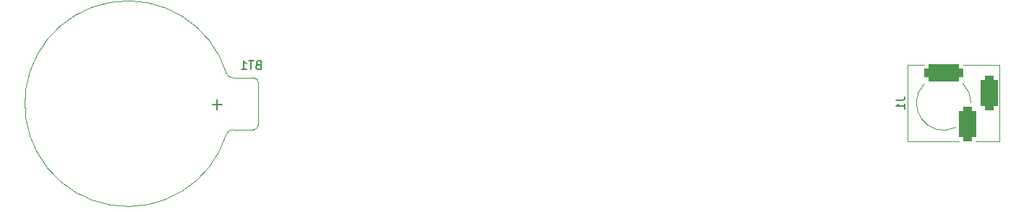
<source format=gbr>
%TF.GenerationSoftware,KiCad,Pcbnew,(6.0.5-0)*%
%TF.CreationDate,2022-07-24T16:22:49-05:00*%
%TF.ProjectId,hps_clock,6870735f-636c-46f6-936b-2e6b69636164,rev?*%
%TF.SameCoordinates,PX4c5bb48PY8abc9a0*%
%TF.FileFunction,Legend,Bot*%
%TF.FilePolarity,Positive*%
%FSLAX46Y46*%
G04 Gerber Fmt 4.6, Leading zero omitted, Abs format (unit mm)*
G04 Created by KiCad (PCBNEW (6.0.5-0)) date 2022-07-24 16:22:49*
%MOMM*%
%LPD*%
G01*
G04 APERTURE LIST*
G04 Aperture macros list*
%AMRoundRect*
0 Rectangle with rounded corners*
0 $1 Rounding radius*
0 $2 $3 $4 $5 $6 $7 $8 $9 X,Y pos of 4 corners*
0 Add a 4 corners polygon primitive as box body*
4,1,4,$2,$3,$4,$5,$6,$7,$8,$9,$2,$3,0*
0 Add four circle primitives for the rounded corners*
1,1,$1+$1,$2,$3*
1,1,$1+$1,$4,$5*
1,1,$1+$1,$6,$7*
1,1,$1+$1,$8,$9*
0 Add four rect primitives between the rounded corners*
20,1,$1+$1,$2,$3,$4,$5,0*
20,1,$1+$1,$4,$5,$6,$7,0*
20,1,$1+$1,$6,$7,$8,$9,0*
20,1,$1+$1,$8,$9,$2,$3,0*%
G04 Aperture macros list end*
%ADD10C,0.150000*%
%ADD11C,0.120000*%
%ADD12C,3.200000*%
%ADD13C,2.000000*%
%ADD14O,1.700000X1.700000*%
%ADD15R,1.700000X1.700000*%
%ADD16R,1.600000X1.600000*%
%ADD17O,1.600000X1.600000*%
%ADD18R,1.400000X1.400000*%
%ADD19C,1.400000*%
%ADD20C,1.600000*%
%ADD21R,3.000000X3.000000*%
%ADD22C,3.000000*%
%ADD23RoundRect,0.500000X1.750000X0.500000X-1.750000X0.500000X-1.750000X-0.500000X1.750000X-0.500000X0*%
%ADD24RoundRect,0.500000X-0.500000X1.500000X-0.500000X-1.500000X0.500000X-1.500000X0.500000X1.500000X0*%
G04 APERTURE END LIST*
D10*
%TO.C,BT1*%
X39627000Y24641612D02*
X39484143Y24593993D01*
X39436524Y24546374D01*
X39388905Y24451136D01*
X39388905Y24308279D01*
X39436524Y24213041D01*
X39484143Y24165422D01*
X39579381Y24117803D01*
X39960333Y24117803D01*
X39960333Y25117803D01*
X39627000Y25117803D01*
X39531762Y25070183D01*
X39484143Y25022564D01*
X39436524Y24927326D01*
X39436524Y24832088D01*
X39484143Y24736850D01*
X39531762Y24689231D01*
X39627000Y24641612D01*
X39960333Y24641612D01*
X39103190Y25117803D02*
X38531762Y25117803D01*
X38817476Y24117803D02*
X38817476Y25117803D01*
X37674619Y24117803D02*
X38246047Y24117803D01*
X37960333Y24117803D02*
X37960333Y25117803D01*
X38055571Y24974945D01*
X38150809Y24879707D01*
X38246047Y24832088D01*
X35412714Y19963041D02*
X34269857Y19963041D01*
X34841286Y19391612D02*
X34841286Y20534469D01*
%TO.C,J1*%
X114352180Y20485734D02*
X115066466Y20485734D01*
X115209323Y20533353D01*
X115304561Y20628591D01*
X115352180Y20771448D01*
X115352180Y20866686D01*
X115352180Y19485734D02*
X115352180Y20057162D01*
X115352180Y19771448D02*
X114352180Y19771448D01*
X114495038Y19866686D01*
X114590276Y19961924D01*
X114637895Y20057162D01*
D11*
%TO.C,BT1*%
X39091286Y17020183D02*
X36641286Y17020183D01*
X36641286Y23120183D02*
X39091286Y23120183D01*
X39641286Y22570183D02*
X39641286Y17570183D01*
X12327843Y20586174D02*
G75*
G03*
X35941286Y16550183I12063443J-515991D01*
G01*
X39091286Y17020183D02*
G75*
G03*
X39641286Y17570183I1J549999D01*
G01*
X39641286Y22570183D02*
G75*
G03*
X39091286Y23120183I-549999J1D01*
G01*
X35941286Y23590183D02*
G75*
G03*
X12327843Y19554192I-11550000J-3520000D01*
G01*
X35936517Y23613668D02*
G75*
G03*
X36641286Y23120183I704769J256515D01*
G01*
X36641286Y17020183D02*
G75*
G03*
X35936517Y16526698I0J-750000D01*
G01*
%TO.C,J1*%
X115699800Y24652400D02*
X115699800Y15652400D01*
X126399800Y15652400D02*
X123649800Y15652400D01*
X126399800Y24652400D02*
X122149800Y24652400D01*
X115699800Y15652400D02*
X121649800Y15652400D01*
X126399800Y24652400D02*
X126399800Y15652400D01*
X115699800Y24652400D02*
X117649800Y24652400D01*
X123099800Y20152400D02*
G75*
G03*
X122162542Y22415142I-3199997J2D01*
G01*
X117599800Y22352400D02*
G75*
G03*
X121283505Y17286155I2300000J-2200000D01*
G01*
%TD*%
%LPC*%
D12*
%TO.C,H4*%
X134932600Y5476000D03*
%TD*%
D13*
%TO.C,TP4*%
X30474000Y64602400D03*
%TD*%
%TO.C,TP3*%
X131743200Y36433800D03*
%TD*%
D14*
%TO.C,J2*%
X131870200Y64424600D03*
X131870200Y66964600D03*
X131870200Y69504600D03*
X131870200Y72044600D03*
X131870200Y74584600D03*
D15*
X131870200Y77124600D03*
%TD*%
D16*
%TO.C,U2*%
X48365000Y80162600D03*
D17*
X55985000Y72542600D03*
X48365000Y77622600D03*
X55985000Y75082600D03*
X48365000Y75082600D03*
X55985000Y77622600D03*
X48365000Y72542600D03*
X55985000Y80162600D03*
%TD*%
D15*
%TO.C,J3*%
X106820800Y84577200D03*
D14*
X109360800Y84577200D03*
X106820800Y82037200D03*
X109360800Y82037200D03*
X106820800Y79497200D03*
X109360800Y79497200D03*
%TD*%
D13*
%TO.C,TP5*%
X30423200Y36713200D03*
%TD*%
D12*
%TO.C,H2*%
X134932600Y85476000D03*
%TD*%
%TO.C,H3*%
X4932600Y5476000D03*
%TD*%
D13*
%TO.C,TP1*%
X62580400Y74920800D03*
%TD*%
D18*
%TO.C,DS1*%
X58997600Y30230200D03*
D19*
X61537600Y30230200D03*
X64077600Y30230200D03*
X66617600Y30230200D03*
X69157600Y30230200D03*
X71697600Y30230200D03*
X74237600Y30230200D03*
X74237600Y45470200D03*
X71697600Y45470200D03*
X69157600Y45470200D03*
X66617600Y45470200D03*
X64077600Y45470200D03*
X61537600Y45470200D03*
X58997600Y45470200D03*
%TD*%
D16*
%TO.C,U3*%
X79988000Y62072400D03*
D17*
X113008000Y69692400D03*
X82528000Y62072400D03*
X110468000Y69692400D03*
X85068000Y62072400D03*
X107928000Y69692400D03*
X87608000Y62072400D03*
X105388000Y69692400D03*
X90148000Y62072400D03*
X102848000Y69692400D03*
X92688000Y62072400D03*
X100308000Y69692400D03*
X95228000Y62072400D03*
X97768000Y69692400D03*
X97768000Y62072400D03*
X95228000Y69692400D03*
X100308000Y62072400D03*
X92688000Y69692400D03*
X102848000Y62072400D03*
X90148000Y69692400D03*
X105388000Y62072400D03*
X87608000Y69692400D03*
X107928000Y62072400D03*
X85068000Y69692400D03*
X110468000Y62072400D03*
X82528000Y69692400D03*
X113008000Y62072400D03*
X79988000Y69692400D03*
%TD*%
D12*
%TO.C,H1*%
X4932600Y85476000D03*
%TD*%
D20*
%TO.C,R2*%
X94733200Y76134000D03*
X91333200Y76134000D03*
%TD*%
D16*
%TO.C,U4*%
X27466200Y36657400D03*
D17*
X19846200Y64597400D03*
X27466200Y39197400D03*
X19846200Y62057400D03*
X27466200Y41737400D03*
X19846200Y59517400D03*
X27466200Y44277400D03*
X19846200Y56977400D03*
X27466200Y46817400D03*
X19846200Y54437400D03*
X27466200Y49357400D03*
X19846200Y51897400D03*
X27466200Y51897400D03*
X19846200Y49357400D03*
X27466200Y54437400D03*
X19846200Y46817400D03*
X27466200Y56977400D03*
X19846200Y44277400D03*
X27466200Y59517400D03*
X19846200Y41737400D03*
X27466200Y62057400D03*
X19846200Y39197400D03*
X27466200Y64597400D03*
X19846200Y36657400D03*
%TD*%
D13*
%TO.C,TP7*%
X25139400Y77785000D03*
%TD*%
%TO.C,TP6*%
X16529400Y64678600D03*
%TD*%
%TO.C,TP2*%
X58999000Y72457000D03*
%TD*%
%TO.C,TP8*%
X109492800Y11516400D03*
%TD*%
D21*
%TO.C,BT1*%
X37591286Y20070183D03*
D22*
X17101286Y20070183D03*
%TD*%
D23*
%TO.C,J1*%
X119899800Y23652400D03*
D24*
X125199800Y21352400D03*
X122699800Y17652400D03*
%TD*%
M02*

</source>
